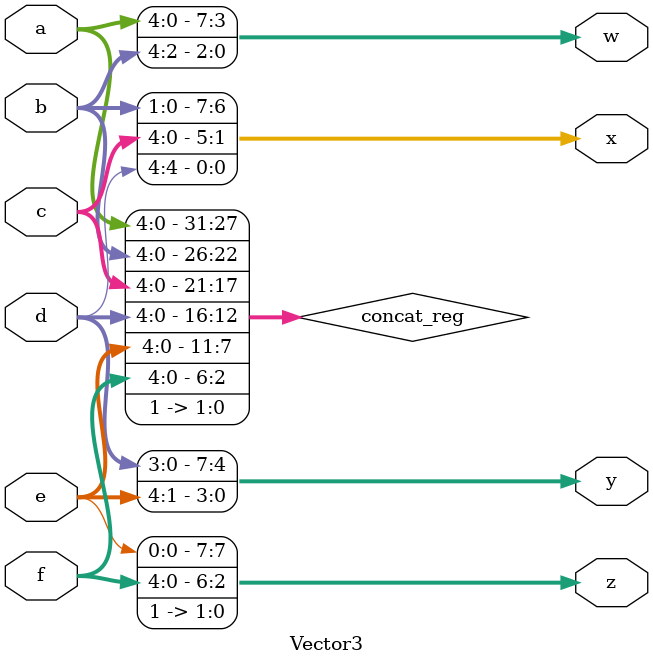
<source format=v>
module Vector3 (
    input  [4:0] a,
    b,
    c,
    d,
    e,
    f,
    output [7:0] w,
    x,
    y,
    z
);  
  //Concatenation needs to know the width of every component 
  //(or how would you know the length of the result?). 
  //Thus, {1, 2, 3} is illegal and results in the error message:
  // unsized constants are not allowed in concatenations.
  //The concatenation operator can be used on both the left and right sides of assignments.

  wire [31:0] concat_reg;  //raise an error when work with reg. Reason unknown???
  assign concat_reg = {a[4:0], b[4:0], c[4:0], d[4:0], e[4:0], f[4:0], 2'b11};
  assign w = concat_reg[31:24];
  assign x = concat_reg[23:16];
  assign y = concat_reg[15:8];
  assign z = concat_reg[7:0];

endmodule

</source>
